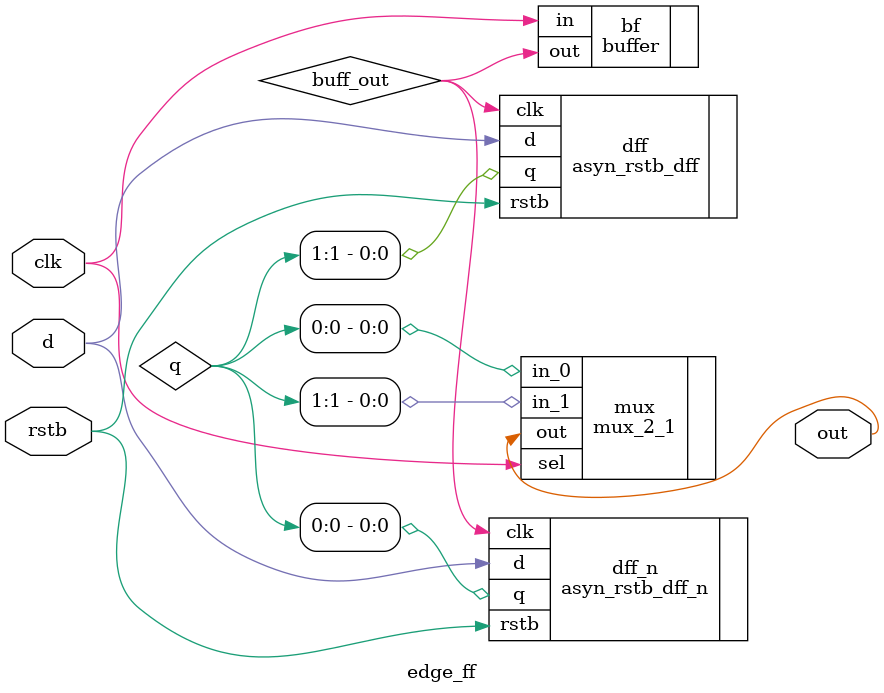
<source format=v>
`timescale 1ns/1ps
`include "asyn_rstb_dff_n.v"
`include "mux_2_1.v"
`include "buffer.v"

module edge_ff(
input d,rstb,clk,
output wire out);
wire [1:0]q;
wire buff_out;
buffer bf(.in(clk),.out(buff_out));
asyn_rstb_dff dff(.clk(buff_out),.d(d),.rstb(rstb),.q(q[1]));
asyn_rstb_dff_n dff_n(.clk(buff_out),.d(d),.rstb(rstb),.q(q[0]));
mux_2_1 mux(.in_0(q[0]),.in_1(q[1]),.sel(clk),.out(out));
endmodule


</source>
